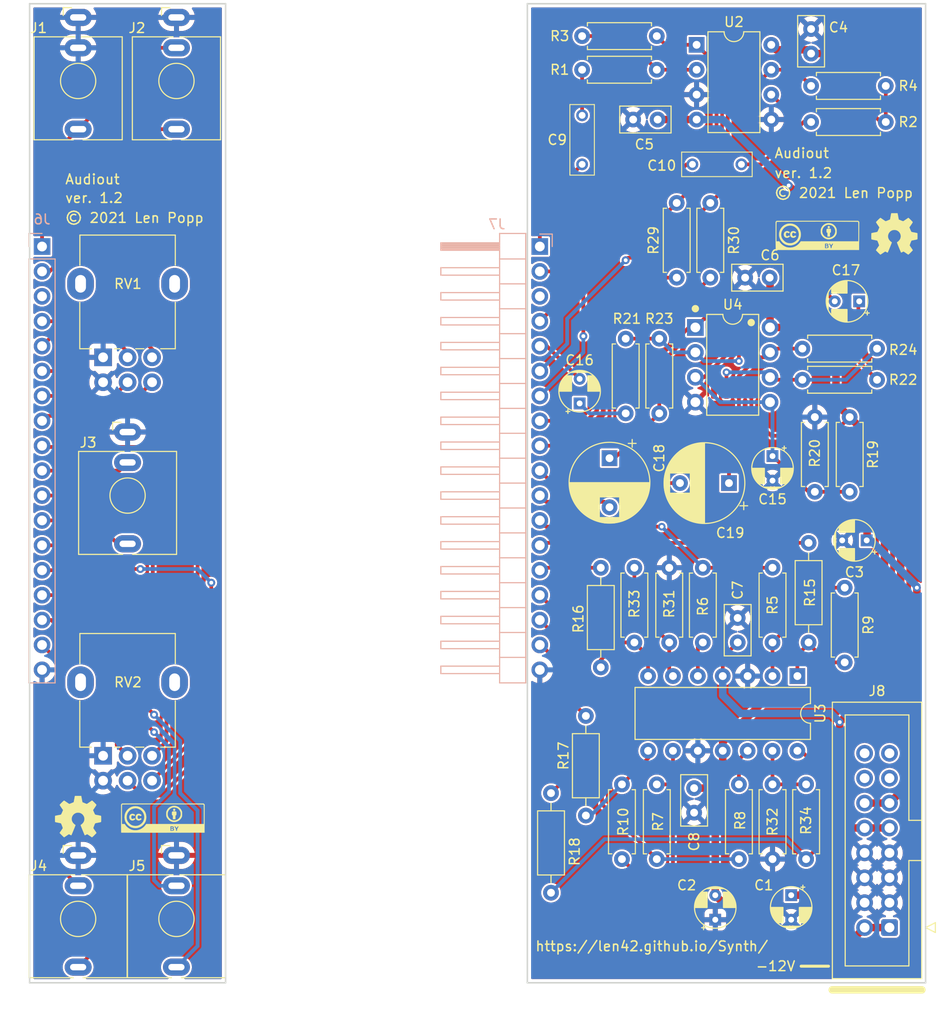
<source format=kicad_pcb>
(kicad_pcb (version 20211014) (generator pcbnew)
  (title_block (title "Eurorack Audiout Module") (date "2021-11-30") (rev "1.2") (company "Len Popp") (comment 1 "Copyright © 2021 Len Popp CC BY") (comment 2 "Stereo headphone and balanced line outputs with level controls, 4 HP"))
  (layers (0 "F.Cu" signal) (31 "B.Cu" signal) (36 "B.SilkS" user "B.Silkscreen") (37 "F.SilkS" user "F.Silkscreen") (38 "B.Mask" user) (39 "F.Mask" user) (44 "Edge.Cuts" user))
  (net 0 "")
  (net 1 "+12V")
  (net 2 "GND")
  (net 3 "-12V")
  (net 4 "+5V")
  (net 5 "Net-(C9-Pad1)")
  (net 6 "IN-LEFT")
  (net 7 "Net-(C10-Pad1)")
  (net 8 "IN-RIGHT")
  (net 9 "Net-(C15-Pad1)")
  (net 10 "Net-(C16-Pad1)")
  (net 11 "PHONES-ATTEN-LEFT")
  (net 12 "Net-(C17-Pad1)")
  (net 13 "PHONES-ATTEN-RIGHT")
  (net 14 "Net-(C18-Pad1)")
  (net 15 "Net-(C19-Pad1)")
  (net 16 "LINE-RIGHT")
  (net 17 "LINE-LEFT")
  (net 18 "LINE-ATTEN-RIGHT")
  (net 19 "LINE-ATTEN-LEFT")
  (net 20 "OUT-PHONES-RIGHT")
  (net 21 "OUT-PHONES-LEFT")
  (net 22 "OUT-LINE-RIGHT-NEG")
  (net 23 "OUT-LINE-RIGHT-POS")
  (net 24 "OUT-LINE-LEFT-NEG")
  (net 25 "OUT-LINE-LEFT-POS")
  (net 26 "Net-(R1-Pad1)")
  (net 27 "Net-(R2-Pad1)")
  (net 28 "Net-(R5-Pad1)")
  (net 29 "Net-(R6-Pad1)")
  (net 30 "Net-(R10-Pad2)")
  (net 31 "Net-(R8-Pad1)")
  (net 32 "Net-(R21-Pad1)")
  (net 33 "Net-(R22-Pad1)")
  (net 34 "Net-(R31-Pad1)")
  (net 35 "Net-(R32-Pad1)")
  (net 36 "PHONES-RIGHT")
  (net 37 "PHONES-LEFT")
  (net 38 "Net-(R15-Pad2)")
  (net 39 "Net-(R10-Pad1)")
  (net 40 "Net-(R16-Pad2)")
  (net 41 "Net-(R18-Pad2)")
  (footprint "-lmp-synth:Jack_3.5mm_QingPu_WQP-PJ398SM_Vertical" (layer "F.Cu") (at 140.716 27.432)
    (fp_text reference "J2")
    (fp_text value "WQP-PJ398")
  )
  (footprint "-lmp-synth:Jack_3.5mm_QingPu_WQP-PJ366ST_Vertical" (layer "F.Cu") (at 135.73 69.723)
    (fp_text reference "J3")
    (fp_text value "WQP419GR")
  )
  (footprint "-lmp-synth:Jack_3.5mm_QingPu_WQP-PJ366ST_Vertical" (layer "F.Cu") (at 140.716 112.903)
    (fp_text reference "J5")
    (fp_text value "WQP419GR")
  )
  (footprint "-lmp-synth:Jack_3.5mm_QingPu_WQP-PJ366ST_Vertical" (layer "F.Cu") (at 130.683 112.903)
    (fp_text reference "J4")
    (fp_text value "WQP419GR")
  )
  (footprint "-lmp-synth:Jack_3.5mm_QingPu_WQP-PJ398SM_Vertical" (layer "F.Cu") (at 130.683 27.432)
    (fp_text reference "J1")
    (fp_text value "WQP-PJ398")
  )
  (footprint "-lmp-misc:Logo_OSHW" (layer "F.Cu") (at 130.683 108.966)
    (fp_text reference "G3" hide)
    (fp_text value "Logo_OSHW" hide)
  )
  (footprint "-lmp-misc:C_Disc_D5.0mm_W2.5mm_P2.50mm" (layer "F.Cu") (at 193.548 108.545 90)
    (fp_text reference "C8")
    (fp_text value "100N")
  )
  (footprint "-lmp-misc:R_Axial_DIN0207_L6.3mm_D2.5mm_P7.62mm_Horizontal" (layer "F.Cu") (at 191.77 53.975 90)
    (fp_text reference "R29")
    (fp_text value "10K")
  )
  (footprint "-lmp-breakout:Breakout_DIP-SOIC-8_W7.62mm" (layer "F.Cu") (at 193.675 59.055)
    (fp_text reference "U4")
    (fp_text value "LM4808")
  )
  (footprint "-lmp-misc:R_Axial_DIN0207_L6.3mm_D2.5mm_P7.62mm_Horizontal" (layer "F.Cu") (at 209.423 68.199 -90)
    (fp_text reference "R19")
    (fp_text value "100K")
  )
  (footprint "-lmp-misc:R_Axial_DIN0207_L6.3mm_D2.5mm_P7.62mm_Horizontal" (layer "F.Cu") (at 186.563 60.198 -90)
    (fp_text reference "R21")
    (fp_text value "3K9")
  )
  (footprint "-lmp-misc:R_Axial_DIN0207_L6.3mm_D2.5mm_P7.62mm_Horizontal" (layer "F.Cu") (at 204.597 64.389)
    (fp_text reference "R22")
    (fp_text value "3K9")
  )
  (footprint "-lmp-misc:R_Axial_DIN0207_L6.3mm_D2.5mm_P7.62mm_Horizontal" (layer "F.Cu") (at 205.867 75.819 90)
    (fp_text reference "R20")
    (fp_text value "100K")
  )
  (footprint "-lmp-misc:R_Axial_DIN0207_L6.3mm_D2.5mm_P7.62mm_Horizontal" (layer "F.Cu") (at 189.992 67.818 90)
    (fp_text reference "R23")
    (fp_text value "3K9")
  )
  (footprint "-lmp-misc:CP_Radial_D4.0mm_P2.50mm" (layer "F.Cu") (at 201.549 72.176 -90)
    (fp_text reference "C15")
    (fp_text value "1U")
  )
  (footprint "-lmp-misc:CP_Radial_D4.0mm_P2.50mm" (layer "F.Cu") (at 210.399 56.388 180)
    (fp_text reference "C17")
    (fp_text value "4U7")
  )
  (footprint "-lmp-misc:CP_Radial_D4.0mm_P2.50mm" (layer "F.Cu") (at 181.864 66.802 90)
    (fp_text reference "C16")
    (fp_text value "4U7")
  )
  (footprint "Capacitor_THT:CP_Radial_D8.0mm_P5.00mm" (layer "F.Cu") (at 197.104 74.93 180)
    (fp_text reference "C19")
    (fp_text value "220U")
  )
  (footprint "-lmp-misc:R_Axial_DIN0207_L6.3mm_D2.5mm_P7.62mm_Horizontal" (layer "F.Cu") (at 204.597 61.214)
    (fp_text reference "R24")
    (fp_text value "3K9")
  )
  (footprint "-lmp-misc:CP_Radial_D4.0mm_P2.50mm" (layer "F.Cu") (at 203.454 116.967 -90)
    (fp_text reference "C1")
    (fp_text value "10U")
  )
  (footprint "-lmp-misc:CP_Radial_D4.0mm_P2.50mm" (layer "F.Cu") (at 211.161 80.772 180)
    (fp_text reference "C3")
    (fp_text value "10U")
  )
  (footprint "-lmp-misc:C_Disc_D5.0mm_W2.5mm_P2.50mm" (layer "F.Cu") (at 205.486 31.115 90)
    (fp_text reference "C4")
    (fp_text value "100N")
  )
  (footprint "-lmp-misc:C_Disc_D5.0mm_W2.5mm_P2.50mm" (layer "F.Cu") (at 187.325 37.846)
    (fp_text reference "C5")
    (fp_text value "100N")
  )
  (footprint "-lmp-misc:C_Disc_D5.0mm_W2.5mm_P2.50mm" (layer "F.Cu") (at 197.993 91.186 90)
    (fp_text reference "C7")
    (fp_text value "100N")
  )
  (footprint "-lmp-misc:C_Rect_Kemet_L7.2mm_W2.5mm_P5mm" (layer "F.Cu") (at 182.118 37.418 -90)
    (fp_text reference "C9")
    (fp_text value "470N" hide)
  )
  (footprint "-lmp-misc:C_Rect_Kemet_L7.2mm_W2.5mm_P5mm" (layer "F.Cu") (at 198.374 42.418 180)
    (fp_text reference "C10")
    (fp_text value "470N" hide)
  )
  (footprint "-lmp-misc:Logo_OSHW" (layer "F.Cu") (at 213.995 49.53)
    (fp_text reference "G1" hide)
    (fp_text value "Logo_OSHW" hide)
  )
  (footprint "-lmp-misc:Logo_CC_BY" (layer "F.Cu") (at 139.319 109.093)
    (fp_text reference "G2" hide)
    (fp_text value "Logo_CC_BY" hide)
  )
  (footprint "-lmp-misc:Logo_CC_BY" (layer "F.Cu") (at 206.121 49.657)
    (fp_text reference "G4" hide)
    (fp_text value "Logo_CC_BY" hide)
  )
  (footprint "-lmp-misc:R_Axial_DIN0207_L6.3mm_D2.5mm_P7.62mm_Horizontal" (layer "F.Cu") (at 189.738 32.766 180)
    (fp_text reference "R1")
    (fp_text value "100K")
  )
  (footprint "-lmp-misc:R_Axial_DIN0207_L6.3mm_D2.5mm_P7.62mm_Horizontal" (layer "F.Cu") (at 213.106 38.1 180)
    (fp_text reference "R2")
    (fp_text value "100K")
  )
  (footprint "-lmp-misc:R_Axial_DIN0207_L6.3mm_D2.5mm_P7.62mm_Horizontal" (layer "F.Cu") (at 189.738 29.337 180)
    (fp_text reference "R3")
    (fp_text value "100K")
  )
  (footprint "-lmp-misc:R_Axial_DIN0207_L6.3mm_D2.5mm_P7.62mm_Horizontal" (layer "F.Cu") (at 205.486 34.417)
    (fp_text reference "R4")
    (fp_text value "100K")
  )
  (footprint "-lmp-misc:R_Axial_DIN0207_L6.3mm_D2.5mm_P7.62mm_Horizontal" (layer "F.Cu") (at 201.549 91.186 90)
    (fp_text reference "R5")
    (fp_text value "10K")
  )
  (footprint "-lmp-misc:R_Axial_DIN0207_L6.3mm_D2.5mm_P7.62mm_Horizontal" (layer "F.Cu") (at 194.437 91.186 90)
    (fp_text reference "R6")
    (fp_text value "10K")
  )
  (footprint "-lmp-misc:R_Axial_DIN0207_L6.3mm_D2.5mm_P7.62mm_Horizontal" (layer "F.Cu") (at 189.738 105.664 -90)
    (fp_text reference "R7")
    (fp_text value "10K")
  )
  (footprint "-lmp-misc:R_Axial_DIN0207_L6.3mm_D2.5mm_P7.62mm_Horizontal" (layer "F.Cu") (at 198.12 105.664 -90)
    (fp_text reference "R8")
    (fp_text value "10K")
  )
  (footprint "-lmp-misc:R_Axial_DIN0207_L6.3mm_D2.5mm_P7.62mm_Horizontal" (layer "F.Cu") (at 208.915 93.218 90)
    (fp_text reference "R9")
    (fp_text value "43K2")
  )
  (footprint "-lmp-misc:R_Axial_DIN0207_L6.3mm_D2.5mm_P7.62mm_Horizontal" (layer "F.Cu") (at 186.182 105.664 -90)
    (fp_text reference "R10")
    (fp_text value "43K2")
  )
  (footprint "-lmp-misc:R_Axial_DIN0207_L6.3mm_D2.5mm_P10.16mm_Horizontal" (layer "F.Cu") (at 205.232 81.026 -90)
    (fp_text reference "R15")
    (fp_text value "100R")
  )
  (footprint "-lmp-misc:R_Axial_DIN0207_L6.3mm_D2.5mm_P10.16mm_Horizontal" (layer "F.Cu") (at 182.499 98.679 -90)
    (fp_text reference "R17")
    (fp_text value "100R")
  )
  (footprint "-lmp-misc:R_Axial_DIN0207_L6.3mm_D2.5mm_P10.16mm_Horizontal" (layer "F.Cu") (at 178.943 106.553 -90)
    (fp_text reference "R18")
    (fp_text value "100R")
  )
  (footprint "-lmp-misc:R_Axial_DIN0207_L6.3mm_D2.5mm_P7.62mm_Horizontal" (layer "F.Cu") (at 191.008 91.186 90)
    (fp_text reference "R31")
    (fp_text value "10K")
  )
  (footprint "-lmp-misc:R_Axial_DIN0207_L6.3mm_D2.5mm_P7.62mm_Horizontal" (layer "F.Cu") (at 201.549 105.664 -90)
    (fp_text reference "R32")
    (fp_text value "10K")
  )
  (footprint "-lmp-misc:R_Axial_DIN0207_L6.3mm_D2.5mm_P7.62mm_Horizontal" (layer "F.Cu") (at 187.452 91.186 90)
    (fp_text reference "R33")
    (fp_text value "33K2")
  )
  (footprint "-lmp-misc:R_Axial_DIN0207_L6.3mm_D2.5mm_P7.62mm_Horizontal" (layer "F.Cu") (at 204.978 113.284 90)
    (fp_text reference "R34")
    (fp_text value "33K2")
  )
  (footprint "Package_DIP:DIP-14_W7.62mm" (layer "F.Cu") (at 204.089 94.615 -90)
    (fp_text reference "U3")
    (fp_text value "TL074")
  )
  (footprint "Package_DIP:DIP-8_W7.62mm" (layer "F.Cu") (at 193.802 30.226)
    (fp_text reference "U2")
    (fp_text value "TL072")
  )
  (footprint "-lmp-synth:Potentiometer_Alpha_RD902F-40-00D_Dual_Vertical" (layer "F.Cu") (at 133.23 62.103 90)
    (fp_text reference "RV1")
    (fp_text value "100K")
  )
  (footprint "-lmp-synth:Potentiometer_Alpha_RD902F-40-00D_Dual_Vertical" (layer "F.Cu") (at 133.23 102.743 90)
    (fp_text reference "RV2")
    (fp_text value "100K")
  )
  (footprint "-lmp-synth:IDC-Header-Eurorack-16-TH" (layer "F.Cu") (at 213.487 120.269 180)
    (fp_text reference "J8")
    (fp_text value "Conn_Eurorack_16")
  )
  (footprint "-lmp-misc:R_Axial_DIN0207_L6.3mm_D2.5mm_P7.62mm_Horizontal" (layer "F.Cu") (at 195.199 53.975 90)
    (fp_text reference "R30")
    (fp_text value "10K")
  )
  (footprint "-lmp-misc:CP_Radial_D4.0mm_P2.50mm" (layer "F.Cu") (at 195.707 119.467 90)
    (fp_text reference "C2")
    (fp_text value "10U")
  )
  (footprint "-lmp-misc:C_Disc_D5.0mm_W2.5mm_P2.50mm" (layer "F.Cu") (at 201.255 53.975 180)
    (fp_text reference "C6")
    (fp_text value "100N")
  )
  (footprint "Capacitor_THT:CP_Radial_D8.0mm_P5.00mm" (layer "F.Cu") (at 184.912 72.39 -90)
    (fp_text reference "C18")
    (fp_text value "220U")
  )
  (footprint "-lmp-misc:R_Axial_DIN0207_L6.3mm_D2.5mm_P10.16mm_Horizontal" (layer "F.Cu") (at 184.023 83.566 -90)
    (fp_text reference "R16")
    (fp_text value "100R")
  )
  (footprint "Connector_PinSocket_2.54mm:PinSocket_1x18_P2.54mm_Vertical" (layer "B.Cu") (at 127 50.8 180)
    (fp_text reference "J6")
    (fp_text value "Conn_Front")
  )
  (footprint "Connector_PinHeader_2.54mm:PinHeader_1x18_P2.54mm_Horizontal" (layer "B.Cu") (at 177.8 50.8 180)
    (fp_text reference "J7")
    (fp_text value "Conn_Rear")
  )
  (gr_line (start 207.264 124.206) (end 204.47 124.206) (layer "F.SilkS") (width 0.3048))
  (gr_line (start 217.17 125.900002) (end 176.53 125.900002) (layer "Edge.Cuts") (width 0.1524))
  (gr_line (start 176.53 125.900002) (end 176.53 26.035) (layer "Edge.Cuts") (width 0.1524))
  (gr_line (start 145.730011 26.035) (end 145.730011 125.900002) (layer "Edge.Cuts") (width 0.1524))
  (gr_line (start 145.730011 125.900002) (end 125.73 125.900002) (layer "Edge.Cuts") (width 0.1524))
  (gr_line (start 217.17 26.035) (end 217.17 125.900002) (layer "Edge.Cuts") (width 0.1524))
  (gr_line (start 176.53 26.035) (end 217.17 26.035) (layer "Edge.Cuts") (width 0.1524))
  (gr_line (start 125.73 26.035) (end 145.730011 26.035) (layer "Edge.Cuts") (width 0.1524))
  (gr_line (start 125.73 125.900002) (end 125.73 26.035) (layer "Edge.Cuts") (width 0.1524))
  (gr_text "Audiout" (at 201.676 41.275) (layer "F.SilkS") (effects (font (size 1 1)) (justify left)))
  (gr_text "Audiout" (at 129.286 43.942) (layer "F.SilkS") (effects (font (size 1 1)) (justify left)))
  (gr_text "ver. 1.2" (at 129.286 45.847) (layer "F.SilkS") (effects (font (size 1 1)) (justify left)))
  (gr_text "© 2021 Len Popp" (at 129.286 47.879) (layer "F.SilkS") (effects (font (size 1 1)) (justify left)))
  (gr_text "-12V" (at 203.962 124.206) (layer "F.SilkS") (effects (font (size 1 1)) (justify right)))
  (gr_text "© 2021 Len Popp" (at 201.676 45.339) (layer "F.SilkS") (effects (font (size 1 1)) (justify left)))
  (gr_text "https://len42.github.io/Synth/" (at 189.23 122.174) (layer "F.SilkS") (effects (font (size 1 1))))
  (gr_text "ver. 1.2" (at 201.676 43.307) (layer "F.SilkS") (effects (font (size 1 1)) (justify left)))
  (segment (start 215.773 33.909) (end 212.979 31.115) (width 0.762) (layer "F.Cu") (net 1))
  (segment (start 208.407 109.22) (end 209.296 110.109) (width 0.762) (layer "F.Cu") (net 1))
  (segment (start 197.993 91.186) (end 196.469 92.71) (width 0.381) (layer "F.Cu") (net 1))
  (segment (start 204.343 116.967) (end 203.454 116.967) (width 0.762) (layer "F.Cu") (net 1))
  (segment (start 209.226685 98.494315) (end 209.226685 98.425) (width 0.762) (layer "F.Cu") (net 1))
  (segment (start 201.93 30.734) (end 201.422 30.226) (width 0.762) (layer "F.Cu") (net 1))
  (segment (start 196.469 92.71) (end 196.469 94.615) (width 0.381) (layer "F.Cu") (net 1))
  (segment (start 208.407 99.314) (end 209.226685 98.494315) (width 0.762) (layer "F.Cu") (net 1))
  (segment (start 208.407 112.903) (end 204.343 116.967) (width 0.762) (layer "F.Cu") (net 1))
  (segment (start 208.407 99.314) (end 208.407 109.22) (width 0.762) (layer "F.Cu") (net 1))
  (segment (start 209.296 110.236) (end 208.407 111.125) (width 0.762) (layer "F.Cu") (net 1))
  (segment (start 214.63 93.021685) (end 214.63 79.756) (width 0.762) (layer "F.Cu") (net 1))
  (segment (start 208.407 111.125) (end 208.407 112.903) (width 0.762) (layer "F.Cu") (net 1))
  (segment (start 209.296 110.109) (end 210.947 110.109) (width 0.762) (layer "F.Cu") (net 1))
  (segment (start 214.63 79.756) (end 215.773 78.613) (width 0.762) (layer "F.Cu") (net 1))
  (segment (start 205.105 30.734) (end 201.93 30.734) (width 0.762) (layer "F.Cu") (net 1))
  (segment (start 205.486 31.115) (end 205.105 30.734) (width 0.762) (layer "F.Cu") (net 1))
  (segment (start 215.773 78.613) (end 215.773 33.909) (width 0.762) (layer "F.Cu") (net 1))
  (segment (start 212.979 31.115) (end 205.486 31.115) (width 0.762) (layer "F.Cu") (net 1))
  (segment (start 213.487 110.109) (end 210.947 110.109) (width 0.762) (layer "F.Cu") (net 1))
  (segment (start 209.226685 98.425) (end 214.63 93.021685) (width 0.762) (layer "F.Cu") (net 1))
  (segment (start 209.296 110.109) (end 209.296 110.236) (width 0.762) (layer "F.Cu") (net 1))
  (via (at 208.407 99.314) (size 0.8) (drill 0.4) (layers "F.Cu" "B.Cu") (net 1))
  (segment (start 208.407 99.314) (end 207.518 98.425) (width 0.762) (layer "B.Cu") (net 1))
  (segment (start 196.469 94.615) (end 196.469 96.577) (width 0.762) (layer "B.Cu") (net 1))
  (segment (start 207.518 98.425) (end 198.317 98.425) (width 0.762) (layer "B.Cu") (net 1))
  (segment (start 196.469 96.577) (end 198.317 98.425) (width 0.762) (layer "B.Cu") (net 1))
  (segment (start 210.947 120.269) (end 213.487 120.269) (width 0.762) (layer "F.Cu") (net 3))
  (segment (start 200.025 121.285) (end 195.707 116.967) (width 0.762) (layer "F.Cu") (net 3))
  (segment (start 200.533 97.282) (end 196.469 101.346) (width 0.762) (layer "F.Cu") (net 3))
  (segment (start 212.979 78.613) (end 212.979 91.948) (width 0.762) (layer "F.Cu") (net 3))
  (segment (start 193.802 37.846) (end 189.825 37.846) (width 0.762) (layer "F.Cu") (net 3))
  (segment (start 195.707 105.283) (end 195.707 106.045) (width 0.762) (layer "F.Cu") (net 3))
  (segment (start 196.469 101.346) (end 196.469 102.235) (width 0.762) (layer "F.Cu") (net 3))
  (segment (start 210.947 120.269) (end 209.931 121.285) (width 0.762) (layer "F.Cu") (net 3))
  (segment (start 207.645 97.282) (end 200.533 97.282) (width 0.762) (layer "F.Cu") (net 3))
  (segment (start 203.199998 44.577) (end 214.249 55.626002) (width 0.762) (layer "F.Cu") (net 3))
  (segment (start 214.249 77.343) (end 212.979 78.613) (width 0.762) (layer "F.Cu") (net 3))
  (segment (start 195.707 106.045) (end 195.707 116.967) (width 0.762) (layer "F.Cu") (net 3))
  (segment (start 196.469 102.235) (end 196.469 104.521) (width 0.762) (layer "F.Cu") (net 3))
  (segment (start 212.979 91.948) (end 207.645 97.282) (width 0.762) (layer "F.Cu") (net 3))
  (segment (start 209.931 121.285) (end 200.025 121.285) (width 0.762) (layer "F.Cu") (net 3))
  (segment (start 214.249 55.626002) (end 214.249 77.343) (width 0.762) (layer "F.Cu") (net 3))
  (segment (start 196.469 104.521) (end 195.707 105.283) (width 0.762) (layer "F.Cu") (net 3))
  (segment (start 193.548 106.045) (end 195.707 106.045) (width 0.762) (layer "F.Cu") (net 3))
  (via (at 203.199998 44.577) (size 0.8) (drill 0.4) (layers "F.Cu" "B.Cu") (net 3))
  (segment (start 196.468998 37.846) (end 203.199998 44.577) (width 0.762) (layer "B.Cu") (net 3))
  (segment (start 196.468998 37.846) (end 193.802 37.846) (width 0.762) (layer "B.Cu") (net 3))
  (segment (start 208.026 66.802) (end 209.423 68.199) (width 0.762) (layer "F.Cu") (net 4))
  (segment (start 213.487 107.569) (end 210.947 107.569) (width 0.762) (layer "F.Cu") (net 4))
  (segment (start 208.026 61.595) (end 208.026 66.802) (width 0.762) (layer "F.Cu") (net 4))
  (segment (start 209.423 68.199) (end 207.518 70.104) (width 0.381) (layer "F.Cu") (net 4))
  (segment (start 216.281 104.775) (end 216.281 85.598002) (width 0.762) (layer "F.Cu") (net 4))
  (segment (start 211.201 69.977) (end 209.423 68.199) (width 0.762) (layer "F.Cu") (net 4))
  (segment (start 213.487 107.569) (end 216.281 104.775) (width 0.762) (layer "F.Cu") (net 4))
  (segment (start 201.422 70.104) (end 199.39 68.072) (width 0.381) (layer "F.Cu") (net 4))
  (segment (start 205.486 59.055) (end 208.026 61.595) (width 0.762) (layer "F.Cu") (net 4))
  (segment (start 199.39 68.072) (end 199.39 65.355) (width 0.381) (layer "F.Cu") (net 4))
  (segment (start 207.518 70.104) (end 201.422 70.104) (width 0.381) (layer "F.Cu") (net 4))
  (segment (start 201.295 59.055) (end 205.486 59.055) (width 0.762) (layer "F.Cu") (net 4))
  (segment (start 201.295 59.055) (end 201.295 54.015) (width 0.762) (layer "F.Cu") (net 4))
  (segment (start 211.201 80.732) (end 211.201 69.977) (width 0.762) (layer "F.Cu") (net 4))
  (via (at 216.281 85.598002) (size 0.8) (drill 0.4) (layers "F.Cu" "B.Cu") (net 4))
  (segment (start 211.582 80.772) (end 216.281 85.471) (width 0.762) (layer "B.Cu") (net 4))
  (segment (start 216.281 85.471) (end 216.281 85.598002) (width 0.762) (layer "B.Cu") (net 4))
  (segment (start 182.118 32.766) (end 182.118 37.418) (width 0.381) (layer "F.Cu") (net 5))
  (segment (start 127 42.515) (end 127 50.8) (width 0.381) (layer "F.Cu") (net 6))
  (segment (start 140.716 30.532) (end 138.983 30.532) (width 0.381) (layer "F.Cu") (net 6))
  (segment (start 138.983 30.532) (end 130.683 38.832) (width 0.381) (layer "F.Cu") (net 6))
  (segment (start 177.8 46.736) (end 182.118 42.418) (width 0.381) (layer "F.Cu") (net 6))
  (segment (start 127 42.515) (end 130.683 38.832) (width 0.381) (layer "F.Cu") (net 6))
  (segment (start 177.8 50.8) (end 177.8 46.736) (width 0.381) (layer "F.Cu") (net 6))
  (segment (start 198.374 42.418) (end 200.406 42.418) (width 0.381) (layer "F.Cu") (net 7))
  (segment (start 200.406 42.418) (end 204.724 38.1) (width 0.381) (layer "F.Cu") (net 7))
  (segment (start 204.724 38.1) (end 205.486 38.1) (width 0.381) (layer "F.Cu") (net 7))
  (segment (start 129.159 51.943) (end 129.159 47.371) (width 0.381) (layer "F.Cu") (net 8))
  (segment (start 187.071 45.466) (end 189.738 45.466) (width 0.381) (layer "F.Cu") (net 8))
  (segment (start 140.716 38.832) (end 137.698 38.832) (width 0.381) (layer "F.Cu") (net 8))
  (segment (start 127 53.34) (end 127.762 53.34) (width 0.381) (layer "F.Cu") (net 8))
  (segment (start 129.159 47.371) (end 137.698 38.832) (width 0.381) (layer "F.Cu") (net 8))
  (segment (start 177.8 53.34) (end 179.197 53.34) (width 0.381) (layer "F.Cu") (net 8))
  (segment (start 179.197 53.34) (end 187.071 45.466) (width 0.381) (layer "F.Cu") (net 8))
  (segment (start 189.738 45.466) (end 192.786 42.418) (width 0.381) (layer "F.Cu") (net 8))
  (segment (start 192.786 42.418) (end 193.374 42.418) (width 0.381) (layer "F.Cu") (net 8))
  (segment (start 127.762 53.34) (end 129.159 51.943) (width 0.381) (layer "F.Cu") (net 8))
  (segment (start 205.232 75.819) (end 205.867 75.819) (width 0.381) (layer "F.Cu") (net 9))
  (segment (start 195.326 63.373) (end 195.58 63.627) (width 0.381) (layer "F.Cu") (net 9))
  (segment (start 195.58 63.627) (end 195.58 65.355) (width 0.381) (layer "F.Cu") (net 9))
  (segment (start 201.589 72.176) (end 205.232 75.819) (width 0.381) (layer "F.Cu") (net 9))
  (segment (start 195.326 63.373) (end 194.564 64.135) (width 0.381) (layer "F.Cu") (net 9))
  (segment (start 194.564 64.135) (end 193.675 64.135) (width 0.381) (layer "F.Cu") (net 9))
  (segment (start 196.85 61.849) (end 196.85 60.405) (width 0.381) (layer "F.Cu") (net 9))
  (segment (start 195.326 63.373) (end 196.85 61.849) (width 0.381) (layer "F.Cu") (net 9))
  (segment (start 209.423 75.819) (end 205.867 75.819) (width 0.381) (layer "F.Cu") (net 9))
  (segment (start 201.549 66.929) (end 201.295 66.675) (width 0.381) (layer "B.Cu") (net 9))
  (segment (start 196.215 66.675) (end 193.675 64.135) (width 0.381) (layer "B.Cu") (net 9))
  (segment (start 201.549 72.176) (end 201.549 66.929) (width 0.381) (layer "B.Cu") (net 9))
  (segment (start 201.295 66.675) (end 196.215 66.675) (width 0.381) (layer "B.Cu") (net 9))
  (segment (start 182.88 67.818) (end 186.563 67.818) (width 0.381) (layer "B.Cu") (net 10))
  (segment (start 182.88 67.818) (end 181.864 66.802) (width 0.381) (layer "B.Cu") (net 10))
  (segment (start 178.522 60.96) (end 177.8 60.96) (width 0.381) (layer "F.Cu") (net 11))
  (segment (start 127 60.96) (end 128.016 59.944) (width 0.381) (layer "F.Cu") (net 11))
  (segment (start 135.73 61.562) (end 134.112 59.944) (width 0.381) (layer "F.Cu") (net 11))
  (segment (start 128.016 59.944) (end 133.985 59.944) (width 0.381) (layer "F.Cu") (net 11))
  (segment (start 134.112 59.944) (end 133.985 59.944) (width 0.381) (layer "F.Cu") (net 11))
  (segment (start 181.864 64.302) (end 178.522 60.96) (width 0.381) (layer "F.Cu") (net 11))
  (segment (start 212.217 64.389) (end 210.312 62.484) (width 0.381) (layer "F.Cu") (net 12))
  (segment (start 210.312 62.484) (end 210.312 56.475) (width 0.381) (layer "F.Cu") (net 12))
  (segment (start 135.73 64.643) (end 134.079 66.294) (width 0.381) (layer "F.Cu") (net 13))
  (segment (start 127 63.5) (end 128.143 63.5) (width 0.381) (layer "F.Cu") (net 13))
  (segment (start 128.143 63.5) (end 130.937 66.294) (width 0.381) (layer "F.Cu") (net 13))
  (segment (start 186.817 51.943) (end 203.454 51.943) (width 0.381) (layer "F.Cu") (net 13))
  (segment (start 134.079 66.294) (end 130.937 66.294) (width 0.381) (layer "F.Cu") (net 13))
  (segment (start 203.454 51.943) (end 207.899 56.388) (width 0.381) (layer "F.Cu") (net 13))
  (via (at 186.563 52.197) (size 0.8) (drill 0.4) (layers "F.Cu" "B.Cu") (net 13))
  (segment (start 180.594 60.706) (end 180.594 58.166) (width 0.381) (layer "B.Cu") (net 13))
  (segment (start 180.594 58.166) (end 186.563 52.197) (width 0.381) (layer "B.Cu") (net 13))
  (segment (start 177.8 63.5) (end 180.594 60.706) (width 0.381) (layer "B.Cu") (net 13))
  (segment (start 189.992 67.818) (end 185.42 72.39) (width 0.381) (layer "F.Cu") (net 14))
  (segment (start 193.0146 59.055) (end 193.675 59.055) (width 0.381) (layer "F.Cu") (net 14))
  (segment (start 191.77 61.1124) (end 191.77 60.2996) (width 0.381) (layer "F.Cu") (net 14))
  (segment (start 194.564 58.166) (end 198.247 58.166) (width 0.381) (layer "F.Cu") (net 14))
  (segment (start 199.39 59.309) (end 199.39 60.405) (width 0.381) (layer "F.Cu") (net 14))
  (segment (start 185.42 72.39) (end 184.912 72.39) (width 0.381) (layer "F.Cu") (net 14))
  (segment (start 198.247 58.166) (end 199.39 59.309) (width 0.381) (layer "F.Cu") (net 14))
  (segment (start 189.992 62.8904) (end 191.77 61.1124) (width 0.381) (layer "F.Cu") (net 14))
  (segment (start 191.77 60.2996) (end 193.0146 59.055) (width 0.381) (layer "F.Cu") (net 14))
  (segment (start 189.992 67.818) (end 189.992 62.8904) (width 0.381) (layer "F.Cu") (net 14))
  (segment (start 193.929 58.801) (end 194.564 58.166) (width 0.381) (layer "F.Cu") (net 14))
  (segment (start 198.12 64.008) (end 198.12 65.355) (width 0.381) (layer "F.Cu") (net 15))
  (segment (start 197.104 69.723) (end 197.104 74.93) (width 0.381) (layer "F.Cu") (net 15))
  (segment (start 198.12 68.707) (end 197.104 69.723) (width 0.381) (layer "F.Cu") (net 15))
  (segment (start 204.597 61.214) (end 201.676 61.214) (width 0.381) (layer "F.Cu") (net 15))
  (segment (start 200.025 62.103) (end 198.12 64.008) (width 0.381) (layer "F.Cu") (net 15))
  (segment (start 201.295 61.595) (end 200.787 62.103) (width 0.381) (layer "F.Cu") (net 15))
  (segment (start 198.12 65.355) (end 198.12 68.707) (width 0.381) (layer "F.Cu") (net 15))
  (segment (start 200.787 62.103) (end 200.025 62.103) (width 0.381) (layer "F.Cu") (net 15))
  (segment (start 138.23 102.743) (end 139.7 101.273) (width 0.381) (layer "F.Cu") (net 16))
  (segment (start 136.906 71.247) (end 127.127 71.247) (width 0.381) (layer "F.Cu") (net 16))
  (segment (start 184.912 68.199) (end 181.991 71.12) (width 0.381) (layer "F.Cu") (net 16))
  (segment (start 181.991 71.12) (end 177.8 71.12) (width 0.381) (layer "F.Cu") (net 16))
  (segment (start 186.182 57.277) (end 184.912 58.547) (width 0.381) (layer "F.Cu") (net 16))
  (segment (start 191.897 57.277) (end 195.199 53.975) (width 0.381) (layer "F.Cu") (net 16))
  (segment (start 138.303 96.647) (end 138.303 72.644) (width 0.381) (layer "F.Cu") (net 16))
  (segment (start 139.7 98.044) (end 138.303 96.647) (width 0.381) (layer "F.Cu") (net 16))
  (segment (start 138.303 72.644) (end 136.906 71.247) (width 0.381) (layer "F.Cu") (net 16))
  (segment (start 139.7 101.273) (end 139.7 98.044) (width 0.381) (layer "F.Cu") (net 16))
  (segment (start 184.912 58.547) (end 184.912 68.199) (width 0.381) (layer "F.Cu") (net 16))
  (segment (start 191.897 57.277) (end 186.182 57.277) (width 0.381) (layer "F.Cu") (net 16))
  (segment (start 138.23 105.283) (end 142.875 100.638) (width 0.381) (layer "F.Cu") (net 17))
  (segment (start 182.5625 68.58) (end 183.642 67.5005) (width 0.381) (layer "F.Cu") (net 17))
  (segment (start 142.875 74.041) (end 136.906 68.072) (width 0.381) (layer "F.Cu") (net 17))
  (segment (start 142.875 100.638) (end 142.875 74.041) (width 0.381) (layer "F.Cu") (net 17))
  (segment (start 186.817 53.975) (end 191.77 53.975) (width 0.381) (layer "F.Cu") (net 17))
  (segment (start 183.642 57.15) (end 186.817 53.975) (width 0.381) (layer "F.Cu") (net 17))
  (segment (start 127.508 68.072) (end 127 68.58) (width 0.381) (layer "F.Cu") (net 17))
  (segment (start 136.906 68.072) (end 127.508 68.072) (width 0.381) (layer "F.Cu") (net 17))
  (segment (start 183.642 67.5005) (end 183.642 57.15) (width 0.381) (layer "F.Cu") (net 17))
  (segment (start 177.8 68.58) (end 182.5625 68.58) (width 0.381) (layer "F.Cu") (net 17))
  (segment (start 144.272 85.09) (end 144.272 101.6) (width 0.381) (layer "F.Cu") (net 18))
  (segment (start 178.435 79.375) (end 177.8 78.74) (width 0.381) (layer "F.Cu") (net 18))
  (segment (start 128.524 78.74) (end 127 78.74) (width 0.381) (layer "F.Cu") (net 18))
  (segment (start 142.748 103.124) (end 142.748 103.181747) (width 0.381) (layer "F.Cu") (net 18))
  (segment (start 133.477 83.693) (end 128.524 78.74) (width 0.381) (layer "F.Cu") (net 18))
  (segment (start 139.122747 106.807) (end 137.254 106.807) (width 0.381) (layer "F.Cu") (net 18))
  (segment (start 190.246 79.375) (end 178.435 79.375) (width 0.381) (layer "F.Cu") (net 18))
  (segment (start 201.549 83.566) (end 194.437 83.566) (width 0.381) (layer "F.Cu") (net 18))
  (segment (start 142.748 103.181747) (end 139.122747 106.807) (width 0.381) (layer "F.Cu") (net 18))
  (segment (start 137.254 106.807) (end 135.73 105.283) (width 0.381) (layer "F.Cu") (net 18))
  (segment (start 137.033 83.693) (end 133.477 83.693) (width 0.381) (layer "F.Cu") (net 18))
  (segment (start 144.272 101.6) (end 142.748 103.124) (width 0.381) (layer "F.Cu") (net 18))
  (via (at 144.272 85.09) (size 0.8) (drill 0.4) (layers "F.Cu" "B.Cu") (net 18))
  (via (at 137.033 83.693) (size 0.8) (drill 0.4) (layers "F.Cu" "B.Cu") (net 18))
  (via (at 190.246 79.375) (size 0.762) (drill 0.381) (layers "F.Cu" "B.Cu") (net 18))
  (segment (start 142.875 83.693) (end 137.033 83.693) (width 0.381) (layer "B.Cu") (net 18))
  (segment (start 194.437 83.566) (end 190.246 79.375) (width 0.381) (layer "B.Cu") (net 18))
  (segment (start 144.272 85.09) (end 142.875 83.693) (width 0.381) (layer "B.Cu") (net 18))
  (segment (start 134.62 101.633) (end 134.62 91.694) (width 0.381) (layer "F.Cu") (net 19))
  (segment (start 184.15 107.696) (end 184.15 97.79) (width 0.381) (layer "F.Cu") (net 19))
  (segment (start 135.73 102.743) (end 134.62 101.633) (width 0.381) (layer "F.Cu") (net 19))
  (segment (start 134.62 91.694) (end 129.286 86.36) (width 0.381) (layer "F.Cu") (net 19))
  (segment (start 189.738 113.284) (end 184.15 107.696) (width 0.381) (layer "F.Cu") (net 19))
  (segment (start 182.372 90.932) (end 182.372 96.012) (width 0.381) (layer "F.Cu") (net 19))
  (segment (start 177.8 86.36) (end 182.372 90.932) (width 0.381) (layer "F.Cu") (net 19))
  (segment (start 129.286 86.36) (end 127 86.36) (width 0.381) (layer "F.Cu") (net 19))
  (segment (start 182.372 96.012) (end 184.15 97.79) (width 0.381) (layer "F.Cu") (net 19))
  (segment (start 198.12 113.284) (end 189.738 113.284) (width 0.381) (layer "B.Cu") (net 19))
  (segment (start 179.07 74.93) (end 177.8 73.66) (width 0.381) (layer "F.Cu") (net 20))
  (segment (start 134.893 73.66) (end 135.73 72.823) (width 0.381) (layer "F.Cu") (net 20))
  (segment (start 192.104 74.93) (end 179.07 74.93) (width 0.381) (layer "F.Cu") (net 20))
  (segment (start 127 73.66) (end 134.893 73.66) (width 0.381) (layer "F.Cu") (net 20))
  (segment (start 184.357 76.835) (end 178.435 76.835) (width 0.381) (layer "F.Cu") (net 21))
  (segment (start 129.794 76.2) (end 127 76.2) (width 0.381) (layer "F.Cu") (net 21))
  (segment (start 134.717 81.123) (end 129.794 76.2) (width 0.381) (layer "F.Cu") (net 21))
  (segment (start 184.912 77.39) (end 184.357 76.835) (width 0.381) (layer "F.Cu") (net 21))
  (segment (start 178.435 76.835) (end 177.847 76.247) (width 0.381) (layer "F.Cu") (net 21))
  (segment (start 138.43 100.33) (end 135.89 97.79) (width 0.381) (layer "F.Cu") (net 22))
  (segment (start 135.89 90.932) (end 128.778 83.82) (width 0.381) (layer "F.Cu") (net 22))
  (segment (start 135.89 97.79) (end 135.89 90.932) (width 0.381) (layer "F.Cu") (net 22))
  (segment (start 184.023 83.566) (end 178.054 83.566) (width 0.381) (layer "F.Cu") (net 22))
  (segment (start 128.778 83.82) (end 127 83.82) (width 0.381) (layer "F.Cu") (net 22))
  (via (at 138.43 100.33) (size 0.762) (drill 0.381) (layers "F.Cu" "B.Cu") (net 22))
  (segment (start 138.43 107.95) (end 138.43 115.443) (width 0.381) (layer "B.Cu") (net 22))
  (segment (start 139.954 106.426) (end 138.43 107.95) (width 0.381) (layer "B.Cu") (net 22))
  (segment (start 138.43 115.443) (end 138.99 116.003) (width 0.381) (layer "B.Cu") (net 22))
  (segment (start 139.954 101.854) (end 139.954 106.426) (width 0.381) (layer "B.Cu") (net 22))
  (segment (start 138.43 100.33) (end 139.954 101.854) (width 0.381) (layer "B.Cu") (net 22))
  (segment (start 138.99 116.003) (end 140.716 116.003) (width 0.381) (layer "B.Cu") (net 22))
  (segment (start 138.43 98.552) (end 137.16 97.282) (width 0.381) (layer "F.Cu") (net 23))
  (segment (start 137.16 90.17) (end 128.27 81.28) (width 0.381) (layer "F.Cu") (net 23))
  (segment (start 205.232 81.026) (end 178.054 81.026) (width 0.381) (layer "F.Cu") (net 23))
  (segment (start 137.16 97.282) (end 137.16 90.17) (width 0.381) (layer "F.Cu") (net 23))
  (segment (start 128.27 81.28) (end 127 81.28) (width 0.381) (layer "F.Cu") (net 23))
  (via (at 138.43 98.552) (size 0.8) (drill 0.4) (layers "F.Cu" "B.Cu") (net 23))
  (segment (start 142.875 122.144) (end 140.716 124.303) (width 0.381) (layer "B.Cu") (net 23))
  (segment (start 141.097 106.553) (end 142.875 108.331) (width 0.381) (layer "B.Cu") (net 23))
  (segment (start 141.097 101.219) (end 141.097 106.553) (width 0.381) (layer "B.Cu") (net 23))
  (segment (start 138.43 98.552) (end 141.097 101.219) (width 0.381) (layer "B.Cu") (net 23))
  (segment (start 142.875 108.331) (end 142.875 122.144) (width 0.381) (layer "B.Cu") (net 23))
  (segment (start 179.705 93.218) (end 179.705 105.791) (width 0.381) (layer "F.Cu") (net 24))
  (segment (start 128.524 113.844) (end 130.683 116.003) (width 0.381) (layer "F.Cu") (net 24))
  (segment (start 128.524 92.964) (end 128.524 113.844) (width 0.381) (layer "F.Cu") (net 24))
  (segment (start 127 91.44) (end 128.524 92.964) (width 0.381) (layer "F.Cu") (net 24))
  (segment (start 177.927 91.44) (end 179.705 93.218) (width 0.381) (layer "F.Cu") (net 24))
  (segment (start 179.705 105.791) (end 178.943 106.553) (width 0.381) (layer "F.Cu") (net 24))
  (segment (start 132.715 122.271) (end 132.715 107.061) (width 0.381) (layer "F.Cu") (net 25))
  (segment (start 127.95282 88.9) (end 127 88.9) (width 0.381) (layer "F.Cu") (net 25))
  (segment (start 130.683 124.303) (end 132.715 122.271) (width 0.381) (layer "F.Cu") (net 25))
  (segment (start 133.223 96.52) (end 133.223 94.17018) (width 0.381) (layer "F.Cu") (net 25))
  (segment (start 131.635368 105.981368) (end 131.635368 98.107632) (width 0.381) (layer "F.Cu") (net 25))
  (segment (start 131.635368 98.107632) (end 133.223 96.52) (width 0.381) (layer "F.Cu") (net 25))
  (segment (start 132.715 107.061) (end 131.635368 105.981368) (width 0.381) (layer "F.Cu") (net 25))
  (segment (start 133.223 94.17018) (end 127.95282 88.9) (width 0.381) (layer "F.Cu") (net 25))
  (segment (start 181.102 92.202) (end 181.102 97.282) (width 0.381) (layer "F.Cu") (net 25))
  (segment (start 177.8 88.9) (end 181.102 92.202) (width 0.381) (layer "F.Cu") (net 25))
  (segment (start 181.102 97.282) (end 182.499 98.679) (width 0.381) (layer "F.Cu") (net 25))
  (segment (start 186.309 29.337) (end 189.738 32.766) (width 0.381) (layer "F.Cu") (net 26))
  (segment (start 193.802 32.766) (end 189.738 32.766) (width 0.381) (layer "F.Cu") (net 26))
  (segment (start 182.118 29.337) (end 186.309 29.337) (width 0.381) (layer "F.Cu") (net 26))
  (segment (start 213.106 34.417) (end 213.106 38.1) (width 0.381) (layer "F.Cu") (net 27))
  (segment (start 212.598 38.1) (end 210.947 36.449) (width 0.381) (layer "F.Cu") (net 27))
  (segment (start 210.947 36.449) (end 202.565 36.449) (width 0.381) (layer "F.Cu") (net 27))
  (segment (start 202.565 36.449) (end 201.422 35.306) (width 0.381) (layer "F.Cu") (net 27))
  (segment (start 201.549 91.186) (end 207.137 85.598) (width 0.381) (layer "F.Cu") (net 28))
  (segment (start 201.549 91.313) (end 201.549 94.615) (width 0.381) (layer "F.Cu") (net 28))
  (segment (start 208.915 85.598) (end 207.137 85.598) (width 0.381) (layer "F.Cu") (net 28))
  (segment (start 193.929 94.615) (end 193.929 91.694) (width 0.381) (layer "F.Cu") (net 29))
  (segment (start 193.929 91.694) (end 194.437 91.186) (width 0.381) (layer "F.Cu") (net 29))
  (segment (start 190.373 115.062) (end 191.389 114.046) (width 0.381) (layer "F.Cu") (net 30))
  (segment (start 191.389 105.664) (end 191.389 102.235) (width 0.381) (layer "F.Cu") (net 30))
  (segment (start 187.96 115.062) (end 190.373 115.062) (width 0.381) (layer "F.Cu") (net 30))
  (segment (start 189.738 105.664) (end 191.389 105.664) (width 0.381) (layer "F.Cu") (net 30))
  (segment (start 186.182 113.284) (end 187.96 115.062) (width 0.381) (layer "F.Cu") (net 30))
  (segment (start 191.389 114.046) (end 191.389 105.664) (width 0.381) (layer "F.Cu") (net 30))
  (segment (start 198.12 103.124) (end 199.009 102.235) (width 0.381) (layer "F.Cu") (net 31))
  (segment (start 198.12 105.664) (end 198.12 103.124) (width 0.381) (layer "F.Cu") (net 31))
  (segment (start 189.992 60.198) (end 186.563 60.198) (width 0.381) (layer "F.Cu") (net 32))
  (segment (start 198.12 62.484) (end 198.12 60.405) (width 0.381) (layer "F.Cu") (net 32))
  (via (at 198.12 62.484) (size 0.762) (drill 0.381) (layers "F.Cu" "B.Cu") (net 32))
  (segment (start 194.564 62.484) (end 193.675 61.595) (width 0.381) (layer "B.Cu") (net 32))
  (segment (start 198.12 62.484) (end 194.564 62.484) (width 0.381) (layer "B.Cu") (net 32))
  (segment (start 189.992 60.198) (end 191.389 61.595) (width 0.381) (layer "B.Cu") (net 32))
  (segment (start 191.389 61.595) (end 193.675 61.595) (width 0.381) (layer "B.Cu") (net 32))
  (segment (start 204.597 64.389) (end 201.549 64.389) (width 0.381) (layer "F.Cu") (net 33))
  (segment (start 196.85 63.627) (end 196.85 65.355) (width 0.381) (layer "F.Cu") (net 33))
  (via (at 196.85 63.627) (size 0.762) (drill 0.381) (layers "F.Cu" "B.Cu") (net 33))
  (segment (start 209.042 64.389) (end 212.217 61.214) (width 0.381) (layer "B.Cu") (net 33))
  (segment (start 201.295 64.135) (end 200.787 63.627) (width 0.381) (layer "B.Cu") (net 33))
  (segment (start 196.85 63.627) (end 200.787 63.627) (width 0.381) (layer "B.Cu") (net 33))
  (segment (start 204.597 64.389) (end 209.042 64.389) (width 0.381) (layer "B.Cu") (net 33))
  (segment (start 187.452 87.63) (end 191.008 91.186) (width 0.381) (layer "F.Cu") (net 34))
  (segment (start 191.008 91.186) (end 191.008 94.234) (width 0.381) (layer "F.Cu") (net 34))
  (segment (start 187.452 83.566) (end 187.452 87.63) (width 0.381) (layer "F.Cu") (net 34))
  (segment (start 204.978 105.664) (end 201.549 105.664) (width 0.381) (layer "F.Cu") (net 35))
  (segment (start 201.549 105.664) (end 201.549 102.235) (width 0.381) (layer "F.Cu") (net 35))
  (segment (start 186.436 50.292) (end 191.262 50.292) (width 0.381) (layer "F.Cu") (net 36))
  (segment (start 129.54 67.183) (end 128.397 66.04) (width 0.381) (layer "F.Cu") (net 36))
  (segment (start 201.422 32.766) (end 203.835 32.766) (width 0.381) (layer "F.Cu") (net 36))
  (segment (start 138.23 64.643) (end 135.69 67.183) (width 0.381) (layer "F.Cu") (net 36))
  (segment (start 128.397 66.04) (end 127 66.04) (width 0.381) (layer "F.Cu") (net 36))
  (segment (start 201.422 32.766) (end 196.977 37.211) (width 0.381) (layer "F.Cu") (net 36))
  (segment (start 203.835 32.766) (end 205.486 34.417) (width 0.381) (layer "F.Cu") (net 36))
  (segment (start 191.262 50.292) (end 195.199 46.355) (width 0.381) (layer "F.Cu") (net 36))
  (segment (start 135.69 67.183) (end 129.54 67.183) (width 0.381) (layer "F.Cu") (net 36))
  (segment (start 182.245 59.944) (end 182.245 54.483) (width 0.381) (layer "F.Cu") (net 36))
  (segment (start 196.977 37.211) (end 196.977 44.577) (width 0.381) (layer "F.Cu") (net 36))
  (segment (start 182.245 54.483) (end 186.436 50.292) (width 0.381) (layer "F.Cu") (net 36))
  (segment (start 196.977 44.577) (end 195.199 46.355) (width 0.381) (layer "F.Cu") (net 36))
  (via (at 182.245 59.944) (size 0.8) (drill 0.4) (layers "F.Cu" "B.Cu") (net 36))
  (segment (start 182.245 61.595) (end 177.8 66.04) (width 0.381) (layer "B.Cu") (net 36))
  (segment (start 182.245 59.944) (end 182.245 61.595) (width 0.381) (layer "B.Cu") (net 36))
  (segment (start 190.627 30.226) (end 189.738 29.337) (width 0.381) (layer "F.Cu") (net 37))
  (segment (start 193.802 30.226) (end 190.627 30.226) (width 0.381) (layer "F.Cu") (net 37))
  (segment (start 180.594 54.229) (end 180.594 55.626) (width 0.381) (layer "F.Cu") (net 37))
  (segment (start 180.594 55.626) (end 177.8 58.42) (width 0.381) (layer "F.Cu") (net 37))
  (segment (start 189.992 48.133) (end 186.69 48.133) (width 0.381) (layer "F.Cu") (net 37))
  (segment (start 191.77 46.355) (end 195.834 42.291) (width 0.381) (layer "F.Cu") (net 37))
  (segment (start 193.802 30.226) (end 195.834 32.258) (width 0.381) (layer "F.Cu") (net 37))
  (segment (start 195.834 32.258) (end 195.834 42.291) (width 0.381) (layer "F.Cu") (net 37))
  (segment (start 127 58.42) (end 135.382 58.42) (width 0.381) (layer "F.Cu") (net 37))
  (segment (start 191.77 46.355) (end 189.992 48.133) (width 0.381) (layer "F.Cu") (net 37))
  (segment (start 138.23 62.103) (end 138.23 61.268) (width 0.381) (layer "F.Cu") (net 37))
  (segment (start 186.69 48.133) (end 180.594 54.229) (width 0.381) (layer "F.Cu") (net 37))
  (segment (start 138.23 61.268) (end 135.382 58.42) (width 0.381) (layer "F.Cu") (net 37))
  (segment (start 204.089 94.615) (end 204.089 92.456) (width 0.381) (layer "F.Cu") (net 38))
  (segment (start 208.915 93.218) (end 207.137 93.218) (width 0.381) (layer "F.Cu") (net 38))
  (segment (start 207.137 93.218) (end 205.232 91.313) (width 0.381) (layer "F.Cu") (net 38))
  (segment (start 204.089 92.456) (end 205.232 91.313) (width 0.381) (layer "F.Cu") (net 38))
  (segment (start 188.849 102.235) (end 188.849 102.997) (width 0.381) (layer "F.Cu") (net 39))
  (segment (start 188.849 102.997) (end 186.182 105.664) (width 0.381) (layer "F.Cu") (net 39))
  (segment (start 186.182 105.664) (end 183.007 108.839) (width 0.381) (layer "B.Cu") (net 39))
  (segment (start 185.801 91.186) (end 184.023 92.964) (width 0.381) (layer "F.Cu") (net 40))
  (segment (start 187.452 91.186) (end 185.801 91.186) (width 0.381) (layer "F.Cu") (net 40))
  (segment (start 188.849 92.583) (end 187.452 91.186) (width 0.381) (layer "F.Cu") (net 40))
  (segment (start 188.849 94.615) (end 188.849 92.583) (width 0.381) (layer "F.Cu") (net 40))
  (segment (start 206.756 111.506) (end 206.756 104.521) (width 0.381) (layer "F.Cu") (net 41))
  (segment (start 204.978 113.284) (end 206.756 111.506) (width 0.381) (layer "F.Cu") (net 41))
  (segment (start 206.756 104.521) (end 204.47 102.235) (width 0.381) (layer "F.Cu") (net 41))
  (segment (start 204.978 113.284) (end 202.946 111.252) (width 0.381) (layer "B.Cu") (net 41))
  (segment (start 202.946 111.252) (end 184.404 111.252) (width 0.381) (layer "B.Cu") (net 41))
  (segment (start 184.404 111.252) (end 178.943 116.713) (width 0.381) (layer "B.Cu") (net 41))
  (zone (net 0) (net_name "") (layer "F.Cu") (connect_pads (clearance 0)) (min_thickness 0.254)
    (keepout (tracks not_allowed) (vias not_allowed) (pads allowed) (copperpour not_allowed) (footprints allowed))
    (fill (thermal_gap 0.508) (thermal_bridge_width 0.508))
    (polygon (pts (xy 135.7376 77.7) (xy 136.2011 77.6266) (xy 136.6193 77.4135) (xy 136.9511 77.0817) (xy 137.1642 76.6635) (xy 137.2376 76.2) (xy 137.1642 75.7365) (xy 136.9511 75.3183) (xy 136.6193 74.9865) (xy 136.2011 74.7734) (xy 135.7376 74.7) (xy 135.2741 74.7734) (xy 134.8559 74.9865) (xy 134.5241 75.3183) (xy 134.311 75.7365) (xy 134.2376 76.2) (xy 134.311 76.6635) (xy 134.5241 77.0817) (xy 134.8559 77.4135) (xy 135.2741 77.6266)))
  )
  (zone (net 2) (net_name "GND") (layer "F.Cu") (connect_pads (clearance 0.2032)) (min_thickness 0.2032) (fill yes (thermal_gap 0.508) (thermal_bridge_width 0.508))
    (polygon (pts (xy 217.17 125.984) (xy 176.53 125.984) (xy 176.53 25.654) (xy 217.17 25.654)))
  )
  (zone (net 2) (net_name "GND") (layer "F.Cu") (connect_pads (clearance 0.2032)) (min_thickness 0.2032) (fill yes (thermal_gap 0.508) (thermal_bridge_width 0.508))
    (polygon (pts (xy 145.796 125.857) (xy 125.73 125.857) (xy 125.73 26.035) (xy 145.796 26.035)))
  )
  (zone (net 0) (net_name "") (layer "F.Cu") (connect_pads (clearance 0)) (min_thickness 0.254)
    (keepout (tracks not_allowed) (vias not_allowed) (pads allowed) (copperpour not_allowed) (footprints allowed))
    (fill (thermal_gap 0.508) (thermal_bridge_width 0.508))
    (polygon (pts (xy 130.683 35.409) (xy 131.1465 35.3356) (xy 131.5647 35.1225) (xy 131.8965 34.7907) (xy 132.1096 34.3725) (xy 132.183 33.909) (xy 132.1096 33.4455) (xy 131.8965 33.0273) (xy 131.5647 32.6955) (xy 131.1465 32.4824) (xy 130.683 32.409) (xy 130.2195 32.4824) (xy 129.8013 32.6955) (xy 129.4695 33.0273) (xy 129.2564 33.4455) (xy 129.183 33.909) (xy 129.2564 34.3725) (xy 129.4695 34.7907) (xy 129.8013 35.1225) (xy 130.2195 35.3356)))
  )
  (zone (net 0) (net_name "") (layer "F.Cu") (connect_pads (clearance 0)) (min_thickness 0.254)
    (keepout (tracks not_allowed) (vias not_allowed) (pads allowed) (copperpour not_allowed) (footprints allowed))
    (fill (thermal_gap 0.508) (thermal_bridge_width 0.508))
    (polygon (pts (xy 140.716 35.409) (xy 141.1795 35.3356) (xy 141.5977 35.1225) (xy 141.9295 34.7907) (xy 142.1426 34.3725) (xy 142.216 33.909) (xy 142.1426 33.4455) (xy 141.9295 33.0273) (xy 141.5977 32.6955) (xy 141.1795 32.4824) (xy 140.716 32.409) (xy 140.2525 32.4824) (xy 139.8343 32.6955) (xy 139.5025 33.0273) (xy 139.2894 33.4455) (xy 139.216 33.909) (xy 139.2894 34.3725) (xy 139.5025 34.7907) (xy 139.8343 35.1225) (xy 140.2525 35.3356)))
  )
  (zone (net 0) (net_name "") (layer "F.Cu") (connect_pads (clearance 0)) (min_thickness 0.254)
    (keepout (tracks not_allowed) (vias not_allowed) (pads allowed) (copperpour not_allowed) (footprints allowed))
    (fill (thermal_gap 0.508) (thermal_bridge_width 0.508))
    (polygon (pts (xy 130.683 120.88) (xy 131.1465 120.8066) (xy 131.5647 120.5935) (xy 131.8965 120.2617) (xy 132.1096 119.8435) (xy 132.183 119.38) (xy 132.1096 118.9165) (xy 131.8965 118.4983) (xy 131.5647 118.1665) (xy 131.1465 117.9534) (xy 130.683 117.88) (xy 130.2195 117.9534) (xy 129.8013 118.1665) (xy 129.4695 118.4983) (xy 129.2564 118.9165) (xy 129.183 119.38) (xy 129.2564 119.8435) (xy 129.4695 120.2617) (xy 129.8013 120.5935) (xy 130.2195 120.8066)))
  )
  (zone (net 0) (net_name "") (layer "F.Cu") (connect_pads (clearance 0)) (min_thickness 0.254)
    (keepout (tracks not_allowed) (vias not_allowed) (pads allowed) (copperpour not_allowed) (footprints allowed))
    (fill (thermal_gap 0.508) (thermal_bridge_width 0.508))
    (polygon (pts (xy 140.716 120.88) (xy 141.1795 120.8066) (xy 141.5977 120.5935) (xy 141.9295 120.2617) (xy 142.1426 119.8435) (xy 142.216 119.38) (xy 142.1426 118.9165) (xy 141.9295 118.4983) (xy 141.5977 118.1665) (xy 141.1795 117.9534) (xy 140.716 117.88) (xy 140.2525 117.9534) (xy 139.8343 118.1665) (xy 139.5025 118.4983) (xy 139.2894 118.9165) (xy 139.216 119.38) (xy 139.2894 119.8435) (xy 139.5025 120.2617) (xy 139.8343 120.5935) (xy 140.2525 120.8066)))
  )
  (zone (net 2) (net_name "GND") (layer "B.Cu") (connect_pads (clearance 0.2032)) (min_thickness 0.2032) (fill yes (thermal_gap 0.508) (thermal_bridge_width 0.508))
    (polygon (pts (xy 217.17 125.984) (xy 176.53 125.984) (xy 176.53 25.654) (xy 217.17 25.654)))
  )
  (zone (net 2) (net_name "GND") (layer "B.Cu") (connect_pads (clearance 0.2032)) (min_thickness 0.2032) (fill yes (thermal_gap 0.508) (thermal_bridge_width 0.508))
    (polygon (pts (xy 145.796 125.857) (xy 125.73 125.857) (xy 125.73 26.035) (xy 145.796 26.035)))
  )
)
</source>
